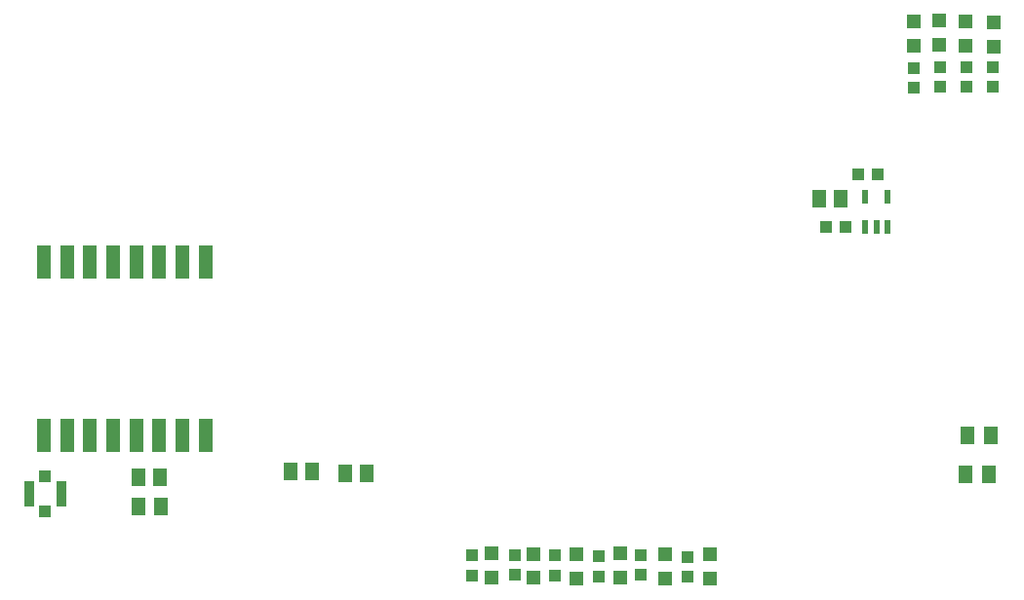
<source format=gbr>
G04 EAGLE Gerber RS-274X export*
G75*
%MOMM*%
%FSLAX34Y34*%
%LPD*%
%INSolderpaste Top*%
%IPPOS*%
%AMOC8*
5,1,8,0,0,1.08239X$1,22.5*%
G01*
%ADD10R,1.200000X3.000000*%
%ADD11R,0.850000X2.200000*%
%ADD12R,1.000000X1.050000*%
%ADD13R,1.300000X1.600000*%
%ADD14R,1.300000X1.500000*%
%ADD15R,1.200000X1.200000*%
%ADD16R,1.100000X1.000000*%
%ADD17R,0.550000X1.200000*%
%ADD18R,1.000000X1.100000*%


D10*
X220058Y303600D03*
X240058Y303600D03*
X260058Y303600D03*
X280058Y303600D03*
X200058Y303600D03*
X180058Y303600D03*
X160058Y303600D03*
X140058Y303600D03*
X140058Y153600D03*
X160058Y153600D03*
X180058Y153600D03*
X200058Y153600D03*
X220058Y153600D03*
X240058Y153600D03*
X260058Y153600D03*
X280058Y153600D03*
D11*
X127220Y102870D03*
X154720Y102870D03*
D12*
X140970Y118120D03*
X140970Y87620D03*
D13*
X372974Y122174D03*
X353974Y122174D03*
D14*
X401218Y120650D03*
X420218Y120650D03*
D15*
X640588Y29632D03*
X640588Y50632D03*
X678942Y28616D03*
X678942Y49616D03*
X718058Y28616D03*
X718058Y49616D03*
X528828Y29632D03*
X528828Y50632D03*
X564642Y29378D03*
X564642Y50378D03*
X602234Y28870D03*
X602234Y49870D03*
X917194Y492674D03*
X917194Y513674D03*
X940308Y492166D03*
X940308Y513166D03*
D16*
X621538Y47870D03*
X621538Y30870D03*
X658368Y49004D03*
X658368Y32004D03*
X698754Y47226D03*
X698754Y30226D03*
X511302Y48750D03*
X511302Y31750D03*
X548640Y49004D03*
X548640Y32004D03*
X583438Y48750D03*
X583438Y31750D03*
X917956Y456202D03*
X917956Y473202D03*
X940562Y456202D03*
X940562Y473202D03*
D15*
X964184Y491404D03*
X964184Y512404D03*
D16*
X963422Y456456D03*
X963422Y473456D03*
D17*
X853084Y334471D03*
X862584Y334471D03*
X872084Y334471D03*
X872084Y360473D03*
X853084Y360473D03*
D18*
X818778Y334518D03*
X835778Y334518D03*
D14*
X241148Y91694D03*
X222148Y91694D03*
X221894Y117094D03*
X240894Y117094D03*
X812781Y359247D03*
X831781Y359247D03*
D18*
X847153Y380492D03*
X864153Y380492D03*
D15*
X895350Y491912D03*
X895350Y512912D03*
D16*
X895350Y455812D03*
X895350Y472812D03*
D13*
X939960Y119126D03*
X959960Y119126D03*
X941738Y153416D03*
X961738Y153416D03*
M02*

</source>
